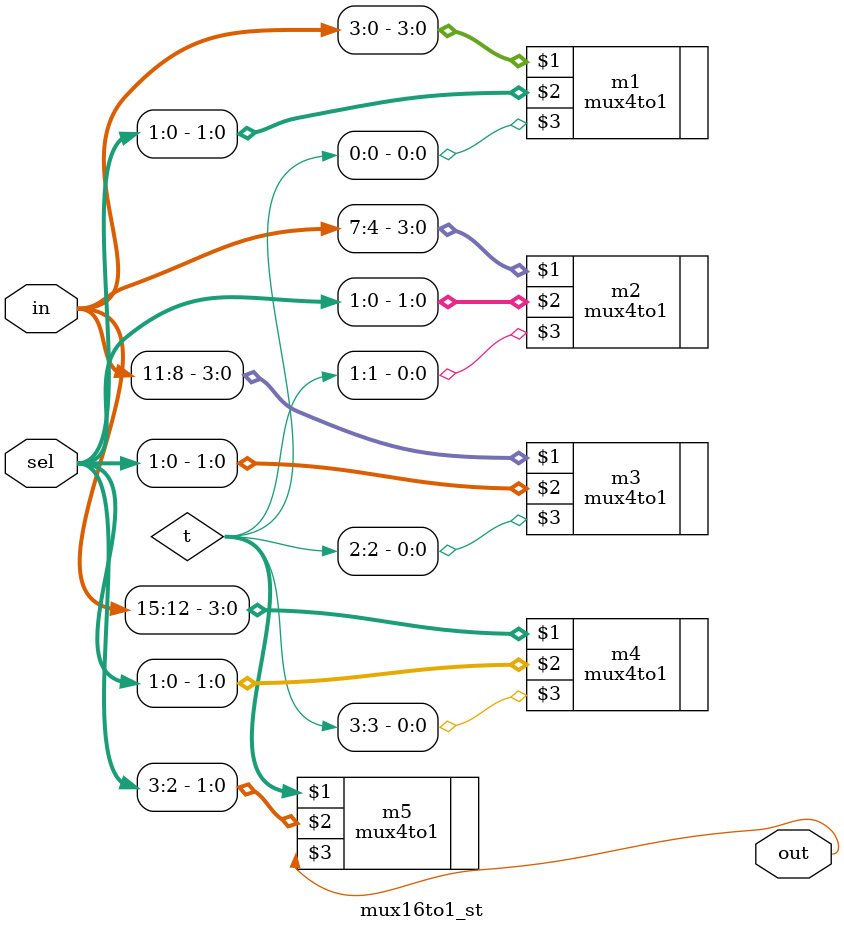
<source format=v>
module mux16to1_st(in,sel,out);

input [15:0]in;
input [3:0]sel;
output out;
wire [3:0]t;

mux4to1 m1(in[3:0],sel[1:0],t[0]);
mux4to1 m2(in[7:4],sel[1:0],t[1]);
mux4to1 m3(in[11:8],sel[1:0],t[2]);
mux4to1 m4(in[15:12],sel[1:0],t[3]);

mux4to1 m5(t[3:0],sel[3:2],out);
endmodule

</source>
